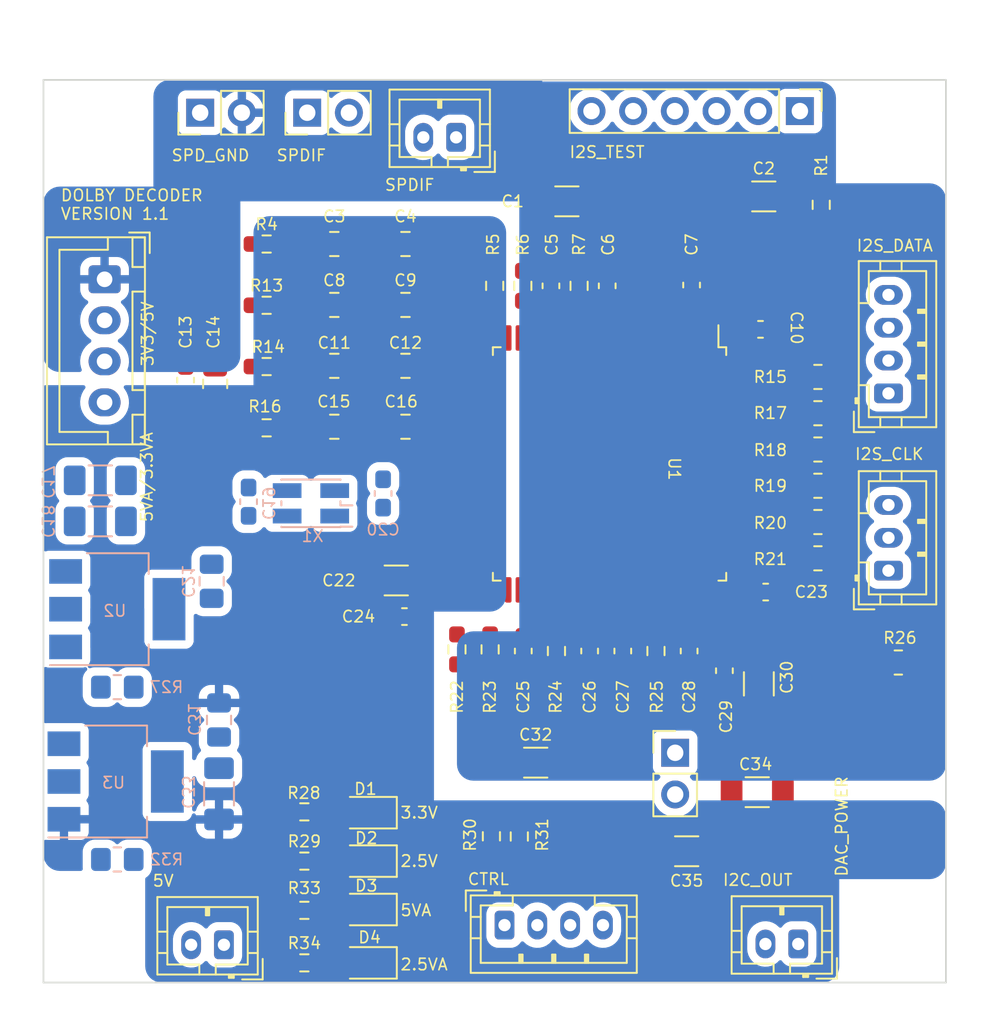
<source format=kicad_pcb>
(kicad_pcb (version 20221018) (generator pcbnew)
  (layers (0 "F.Cu" signal) (31 "B.Cu" signal) (34 "B.Paste" user) (35 "F.Paste" user) (36 "B.SilkS" user "B.Silkscreen") (37 "F.SilkS" user "F.Silkscreen") (38 "B.Mask" user) (39 "F.Mask" user) (44 "Edge.Cuts" user))
  (net 0 "")
  (net 1 "3V3")
  (net 2 "SDA")
  (net 3 "I2S_BC")
  (net 4 "I2S_WC")
  (net 5 "I2S_DATA")
  (net 6 "PCMCLK")
  (net 7 "BCLK")
  (net 8 "WCLK")
  (net 9 "I2S_D1")
  (net 10 "I2S_D2")
  (net 11 "I2S_D3")
  (net 12 "2.5V")
  (net 13 "RESET")
  (net 14 "IRQ")
  (net 15 "PLLAF")
  (net 16 "PLLSF")
  (net 17 "I2CADDR")
  (net 18 "SELI2C")
  (net 19 "5VA")
  (net 20 "5V")
  (net 21 "Net-(D1-A)")
  (net 22 "Net-(D2-A)")
  (net 23 "DCSB")
  (net 24 "CLKIN")
  (net 25 "SFREQ")
  (net 26 "Net-(D3-A)")
  (net 27 "Net-(D4-A)")
  (net 28 "SPDIF_IN")
  (net 29 "PLLSPDIF")
  (net 30 "GND")
  (net 31 "Net-(U2-VO)")
  (net 32 "DEEMPTH")
  (net 33 "AGND")
  (net 34 "2.5VA")
  (net 35 "SCL")
  (net 36 "CLKOUT")
  (net 37 "SPDIF_N")
  (net 39 "I2S_D4")
  (net 40 "Net-(U1-SPDP)")
  (net 41 "Net-(U1-SPDN)")
  (net 42 "Net-(C8-Pad1)")
  (net 43 "Net-(C11-Pad2)")
  (net 44 "Net-(C15-Pad2)")
  (net 45 "Net-(U1-DCSB)")
  (net 46 "Net-(U1-R{slash}W)")
  (net 48 "Net-(U1-A5)")
  (net 49 "Net-(U1-A0)")
  (net 55 "Net-(U1-PCM_OUT3)")
  (net 56 "Net-(U1-PCM_OUT2)")
  (net 57 "Net-(U1-PCM_OUT1)")
  (net 58 "Net-(U1-PCMCLK)")
  (net 59 "Net-(U1-LRCLK)")
  (net 60 "Net-(U1-SCLK)")
  (net 61 "Net-(U1-PCM_OUT0)")
  (net 62 "Net-(U3-VO)")
  (footprint "Capacitor_SMD:C_1206_3216Metric_Pad1.33x1.80mm_HandSolder" (layer "F.Cu") (at 153.7 88.4 180)
    (fp_text reference "C35" (at 0 -1.8 unlocked) (layer "F.SilkS") (effects (font (size 0.7 0.7) (thickness 0.1))))
    (fp_text value "10U")
    (pad "1" smd roundrect (at -1.5625 0 180) (size 1.325 1.8) (layers "F.Cu" "F.Paste" "F.Mask") (roundrect_rratio 0.1886792453) (net 19 "5VA"))
    (pad "2" smd roundrect (at 1.5625 0 180) (size 1.325 1.8) (layers "F.Cu" "F.Paste" "F.Mask") (roundrect_rratio 0.1886792453) (net 33 "AGND"))
  )
  (footprint "Resistor_SMD:R_0603_1608Metric_Pad0.98x0.95mm_HandSolder" (layer "F.Cu") (at 130.4 86)
    (fp_text reference "R28" (at -0.025 -1.15 unlocked) (layer "F.SilkS") (effects (font (size 0.7 0.7) (thickness 0.1))))
    (fp_text value "430R")
    (pad "1" smd roundrect (at -0.9125 0) (size 0.975 0.95) (layers "F.Cu" "F.Paste" "F.Mask") (net 1 "3V3"))
    (pad "2" smd roundrect (at 0.9125 0) (size 0.975 0.95) (layers "F.Cu" "F.Paste" "F.Mask") (net 21 "Net-(D1-A)"))
  )
  (footprint "Connector_JST:JST_PH_B2B-PH-K_1x02_P2.00mm_Vertical" (layer "F.Cu") (at 160.5 94.05 180)
    (fp_text reference "J13" hide)
    (fp_text value "Conn_01x02_Male")
    (pad "1" thru_hole roundrect (at 0 0 180) (size 1.2 1.75) (drill 0.75) (layers "*.Cu" "*.Mask") (roundrect_rratio 0.2083333333) (net 35 "SCL"))
    (pad "2" thru_hole oval (at 2 0 180) (size 1.2 1.75) (drill 0.75) (layers "*.Cu" "*.Mask") (net 2 "SDA"))
  )
  (footprint "Connector_PinHeader_2.54mm:PinHeader_1x02_P2.54mm_Vertical" (layer "F.Cu") (at 153 82.4)
    (fp_text reference "J10" hide)
    (fp_text value "Conn_01x02")
    (pad "1" thru_hole rect (at 0 0) (size 1.7 1.7) (drill 1) (layers "*.Cu" "*.Mask") (net 17 "I2CADDR"))
    (pad "2" thru_hole oval (at 0 2.54) (size 1.7 1.7) (drill 1) (layers "*.Cu" "*.Mask") (net 30 "GND"))
  )
  (footprint "Connector_PinHeader_2.54mm:PinHeader_1x06_P2.54mm_Vertical" (layer "F.Cu") (at 160.6 43.3 -90)
    (fp_text reference "J3" hide)
    (fp_text value "Conn_01x06_Male")
    (pad "1" thru_hole rect (at 0 0 270) (size 1.7 1.7) (drill 1) (layers "*.Cu" "*.Mask") (net 6 "PCMCLK"))
    (pad "2" thru_hole oval (at 0 2.54 270) (size 1.7 1.7) (drill 1) (layers "*.Cu" "*.Mask") (net 7 "BCLK"))
    (pad "3" thru_hole oval (at 0 5.08 270) (size 1.7 1.7) (drill 1) (layers "*.Cu" "*.Mask") (net 8 "WCLK"))
    (pad "4" thru_hole oval (at 0 7.62 270) (size 1.7 1.7) (drill 1) (layers "*.Cu" "*.Mask") (net 9 "I2S_D1"))
    (pad "5" thru_hole oval (at 0 10.16 270) (size 1.7 1.7) (drill 1) (layers "*.Cu" "*.Mask") (net 10 "I2S_D2"))
    (pad "6" thru_hole oval (at 0 12.7 270) (size 1.7 1.7) (drill 1) (layers "*.Cu" "*.Mask") (net 11 "I2S_D3"))
  )
  (footprint "Resistor_SMD:R_0603_1608Metric_Pad0.98x0.95mm_HandSolder" (layer "F.Cu") (at 142 53.95 -90)
    (fp_text reference "R5" (at -2.516666 0.1 90 unlocked) (layer "F.SilkS") (effects (font (size 0.7 0.7) (thickness 0.1))))
    (fp_text value "4.7K")
    (pad "1" smd roundrect (at -0.9125 0 270) (size 0.975 0.95) (layers "F.Cu" "F.Paste" "F.Mask") (net 1 "3V3"))
    (pad "2" smd roundrect (at 0.9125 0 270) (size 0.975 0.95) (layers "F.Cu" "F.Paste" "F.Mask") (net 46 "Net-(U1-R{slash}W)"))
  )
  (footprint "Capacitor_SMD:C_0603_1608Metric_Pad1.08x0.95mm_HandSolder" (layer "F.Cu") (at 153.85 76.2 -90)
    (fp_text reference "C28" (at 2.8 0 90 unlocked) (layer "F.SilkS") (effects (font (size 0.7 0.7) (thickness 0.1))))
    (fp_text value "0.1U")
    (pad "1" smd roundrect (at -0.8625 0 270) (size 1.075 0.95) (layers "F.Cu" "F.Paste" "F.Mask") (net 12 "2.5V"))
    (pad "2" smd roundrect (at 0.8625 0 270) (size 1.075 0.95) (layers "F.Cu" "F.Paste" "F.Mask") (net 30 "GND"))
  )
  (footprint "Resistor_SMD:R_0603_1608Metric_Pad0.98x0.95mm_HandSolder" (layer "F.Cu") (at 128.1 58.866666 180)
    (fp_text reference "R14" (at -0.1 1.2 unlocked) (layer "F.SilkS") (effects (font (size 0.7 0.7) (thickness 0.1))))
    (fp_text value "1K")
    (pad "1" smd roundrect (at -0.9125 0 180) (size 0.975 0.95) (layers "F.Cu" "F.Paste" "F.Mask") (net 43 "Net-(C11-Pad2)"))
    (pad "2" smd roundrect (at 0.9125 0 180) (size 0.975 0.95) (layers "F.Cu" "F.Paste" "F.Mask") (net 34 "2.5VA"))
  )
  (footprint "Resistor_SMD:R_0805_2012Metric_Pad1.20x1.40mm_HandSolder" (layer "F.Cu") (at 161.7 59.5)
    (fp_text reference "R15" (at -2.9 0 unlocked) (layer "F.SilkS") (effects (font (size 0.7 0.7) (thickness 0.1))))
    (fp_text value "47R")
    (pad "1" smd roundrect (at -1 0) (size 1.2 1.4) (layers "F.Cu" "F.Paste" "F.Mask") (roundrect_rratio 0.2083333333) (net 55 "Net-(U1-PCM_OUT3)"))
    (pad "2" smd roundrect (at 1 0) (size 1.2 1.4) (layers "F.Cu" "F.Paste" "F.Mask") (roundrect_rratio 0.2083333333) (net 11 "I2S_D3"))
  )
  (footprint "Resistor_SMD:R_0603_1608Metric_Pad0.98x0.95mm_HandSolder" (layer "F.Cu") (at 141.8 87.4875 -90)
    (fp_text reference "R30" (at -0.0875 1.3 -270 unlocked) (layer "F.SilkS") (effects (font (size 0.7 0.7) (thickness 0.1))))
    (fp_text value "4.7K")
    (pad "1" smd roundrect (at -0.9125 0 270) (size 0.975 0.95) (layers "F.Cu" "F.Paste" "F.Mask") (net 30 "GND"))
    (pad "2" smd roundrect (at 0.9125 0 270) (size 0.975 0.95) (layers "F.Cu" "F.Paste" "F.Mask") (net 13 "RESET"))
  )
  (footprint "Resistor_SMD:R_0603_1608Metric_Pad0.98x0.95mm_HandSolder" (layer "F.Cu") (at 143.5 87.5 -90)
    (fp_text reference "R31" (at -0.1 -1.4 -270 unlocked) (layer "F.SilkS") (effects (font (size 0.7 0.7) (thickness 0.1))))
    (fp_text value "4.7K")
    (pad "1" smd roundrect (at -0.9125 0 270) (size 0.975 0.95) (layers "F.Cu" "F.Paste" "F.Mask") (net 1 "3V3"))
    (pad "2" smd roundrect (at 0.9125 0 270) (size 0.975 0.95) (layers "F.Cu" "F.Paste" "F.Mask") (net 14 "IRQ"))
  )
  (footprint "Capacitor_SMD:C_1206_3216Metric_Pad1.33x1.80mm_HandSolder" (layer "F.Cu") (at 158.4 48.5 180)
    (fp_text reference "C2" (at 0 1.7 unlocked) (layer "F.SilkS") (effects (font (size 0.7 0.7) (thickness 0.1))))
    (fp_text value "10U")
    (pad "1" smd roundrect (at -1.5625 0 180) (size 1.325 1.8) (layers "F.Cu" "F.Paste" "F.Mask") (roundrect_rratio 0.1886792453) (net 12 "2.5V"))
    (pad "2" smd roundrect (at 1.5625 0 180) (size 1.325 1.8) (layers "F.Cu" "F.Paste" "F.Mask") (roundrect_rratio 0.1886792453) (net 30 "GND"))
  )
  (footprint "Capacitor_SMD:C_0805_2012Metric_Pad1.18x1.45mm_HandSolder" (layer "F.Cu") (at 136.5625 51.4)
    (fp_text reference "C4" (at 0 -1.68 unlocked) (layer "F.SilkS") (effects (font (size 0.7 0.7) (thickness 0.1))))
    (fp_text value "100N")
    (pad "1" smd roundrect (at -1.0375 0) (size 1.175 1.45) (layers "F.Cu" "F.Paste" "F.Mask") (roundrect_rratio 0.2127659574) (net 37 "SPDIF_N"))
    (pad "2" smd roundrect (at 1.0375 0) (size 1.175 1.45) (layers "F.Cu" "F.Paste" "F.Mask") (roundrect_rratio 0.2127659574) (net 41 "Net-(U1-SPDN)"))
  )
  (footprint "Capacitor_SMD:C_1206_3216Metric_Pad1.33x1.80mm_HandSolder" (layer "F.Cu") (at 158.1 78.2 -90)
    (fp_text reference "C30" (at -0.4 -1.7 90 unlocked) (layer "F.SilkS") (effects (font (size 0.7 0.7) (thickness 0.1))))
    (fp_text value "10U")
    (pad "1" smd roundrect (at -1.5625 0 270) (size 1.325 1.8) (layers "F.Cu" "F.Paste" "F.Mask") (roundrect_rratio 0.1886792453) (net 12 "2.5V"))
    (pad "2" smd roundrect (at 1.5625 0 270) (size 1.325 1.8) (layers "F.Cu" "F.Paste" "F.Mask") (roundrect_rratio 0.1886792453) (net 30 "GND"))
  )
  (footprint "LED_SMD:LED_0805_2012Metric_Pad1.15x1.40mm_HandSolder" (layer "F.Cu") (at 134.175 89 180)
    (fp_text reference "D2" (at 0 1.4 unlocked) (layer "F.SilkS") (effects (font (size 0.7 0.7) (thickness 0.1))))
    (fp_text value "ORANGE")
    (pad "1" smd roundrect (at -1.025 0 180) (size 1.15 1.4) (layers "F.Cu" "F.Paste" "F.Mask") (roundrect_rratio 0.2173913043) (net 30 "GND"))
    (pad "2" smd roundrect (at 1.025 0 180) (size 1.15 1.4) (layers "F.Cu" "F.Paste" "F.Mask") (roundrect_rratio 0.2173913043) (net 22 "Net-(D2-A)"))
  )
  (footprint "Connector_PinHeader_2.54mm:PinHeader_1x02_P2.54mm_Vertical" (layer "F.Cu") (at 130.575 43.4 90)
    (fp_text reference "J2" hide)
    (fp_text value "Conn_01x02_Male")
    (pad "1" thru_hole rect (at 0 0 90) (size 1.7 1.7) (drill 1) (layers "*.Cu" "*.Mask") (net 37 "SPDIF_N"))
    (pad "2" thru_hole oval (at 0 2.54 90) (size 1.7 1.7) (drill 1) (layers "*.Cu" "*.Mask") (net 28 "SPDIF_IN"))
  )
  (footprint "Connector_PinHeader_2.54mm:PinHeader_1x02_P2.54mm_Vertical" (layer "F.Cu") (at 124.05 43.4 90)
    (fp_text reference "J1" hide)
    (fp_text value "Conn_01x02_Male")
    (pad "1" thru_hole rect (at 0 0 90) (size 1.7 1.7) (drill 1) (layers "*.Cu" "*.Mask") (net 37 "SPDIF_N"))
    (pad "2" thru_hole oval (at 0 2.54 90) (size 1.7 1.7) (drill 1) (layers "*.Cu" "*.Mask") (net 30 "GND"))
  )
  (footprint "Resistor_SMD:R_0805_2012Metric_Pad1.20x1.40mm_HandSolder" (layer "F.Cu") (at 161.7 70.55)
    (fp_text reference "R21" (at -2.9 0.05 unlocked) (layer "F.SilkS") (effects (font (size 0.7 0.7) (thickness 0.1))))
    (fp_text value "47R")
    (pad "1" smd roundrect (at -1 0) (size 1.2 1.4) (layers "F.Cu" "F.Paste" "F.Mask") (roundrect_rratio 0.2083333333) (net 60 "Net-(U1-SCLK)"))
    (pad "2" smd roundrect (at 1 0) (size 1.2 1.4) (layers "F.Cu" "F.Paste" "F.Mask") (roundrect_rratio 0.2083333333) (net 7 "BCLK"))
  )
  (footprint "Resistor_SMD:R_0603_1608Metric_Pad0.98x0.95mm_HandSolder" (layer "F.Cu") (at 128.1 51.4)
    (fp_text reference "R4" (at 0 -1.2 unlocked) (layer "F.SilkS") (effects (font (size 0.7 0.7) (thickness 0.1))))
    (fp_text value "75R")
    (pad "1" smd roundrect (at -0.9125 0) (size 0.975 0.95) (layers "F.Cu" "F.Paste" "F.Mask") (net 28 "SPDIF_IN"))
    (pad "2" smd roundrect (at 0.9125 0) (size 0.975 0.95) (layers "F.Cu" "F.Paste" "F.Mask") (net 37 "SPDIF_N"))
  )
  (footprint "MountingHole:MountingHole_3.2mm_M3" (layer "F.Cu") (at 167 43.9)
    (fp_text reference "H2" hide)
    (fp_text value "MountingHole")
    (pad "" np_thru_hole circle (at 0 0) (size 3.2 3.2) (drill 3.2) (layers "*.Cu" "*.Mask"))
  )
  (footprint "Capacitor_SMD:C_0603_1608Metric_Pad1.08x0.95mm_HandSolder" (layer "F.Cu") (at 158.515712 72.607123)
    (fp_text reference "C23" (at 2.784288 -0.007123 unlocked) (layer "F.SilkS") (effects (font (size 0.7 0.7) (thickness 0.1))))
    (fp_text value "0.1U")
    (pad "1" smd roundrect (at -0.8625 0) (size 1.075 0.95) (layers "F.Cu" "F.Paste" "F.Mask") (net 1 "3V3"))
    (pad "2" smd roundrect (at 0.8625 0) (size 1.075 0.95) (layers "F.Cu" "F.Paste" "F.Mask") (net 30 "GND"))
  )
  (footprint "Resistor_SMD:R_0805_2012Metric_Pad1.20x1.40mm_HandSolder" (layer "F.Cu") (at 161.7 68.34)
    (fp_text reference "R20" (at -2.9 0.06 unlocked) (layer "F.SilkS") (effects (font (size 0.7 0.7) (thickness 0.1))))
    (fp_text value "47R")
    (pad "1" smd roundrect (at -1 0) (size 1.2 1.4) (layers "F.Cu" "F.Paste" "F.Mask") (roundrect_rratio 0.2083333333) (net 59 "Net-(U1-LRCLK)"))
    (pad "2" smd roundrect (at 1 0) (size 1.2 1.4) (layers "F.Cu" "F.Paste" "F.Mask") (roundrect_rratio 0.2083333333) (net 8 "WCLK"))
  )
  (footprint "Capacitor_SMD:C_0603_1608Metric_Pad1.08x0.95mm_HandSolder" (layer "F.Cu") (at 148.85714 53.95 90)
    (fp_text reference "C6" (at 2.516666 0.05 90 unlocked) (layer "F.SilkS") (effects (font (size 0.7 0.7) (thickness 0.1))))
    (fp_text value "0.1U")
    (pad "1" smd roundrect (at -0.8625 0 90) (size 1.075 0.95) (layers "F.Cu" "F.Paste" "F.Mask") (net 1 "3V3"))
    (pad "2" smd roundrect (at 0.8625 0 90) (size 1.075 0.95) (layers "F.Cu" "F.Paste" "F.Mask") (net 30 "GND"))
  )
  (footprint "Capacitor_SMD:C_0805_2012Metric_Pad1.18x1.45mm_HandSolder" (layer "F.Cu") (at 132.225 55.111111 180)
    (fp_text reference "C8" (at 0 1.5 unlocked) (layer "F.SilkS") (effects (font (size 0.7 0.7) (thickness 0.1))))
    (fp_text value "4.7N")
    (pad "1" smd roundrect (at -1.0375 0 180) (size 1.175 1.45) (layers "F.Cu" "F.Paste" "F.Mask") (roundrect_rratio 0.2127659574) (net 42 "Net-(C8-Pad1)"))
    (pad "2" smd roundrect (at 1.0375 0 180) (size 1.175 1.45) (layers "F.Cu" "F.Paste" "F.Mask") (roundrect_rratio 0.2127659574) (net 33 "AGND"))
  )
  (footprint "MountingHole:MountingHole_3.2mm_M3" (layer "F.Cu") (at 117 93.9)
    (fp_text reference "H3" hide)
    (fp_text value "MountingHole")
    (pad "" np_thru_hole circle (at 0 0) (size 3.2 3.2) (drill 3.2) (layers "*.Cu" "*.Mask"))
  )
  (footprint "Resistor_SMD:R_0805_2012Metric_Pad1.20x1.40mm_HandSolder" (layer "F.Cu") (at 161.7 66.13)
    (fp_text reference "R19" (at -2.9 0.01 unlocked) (layer "F.SilkS") (effects (font (size 0.7 0.7) (thickness 0.1))))
    (fp_text value "47R")
    (pad "1" smd roundrect (at -1 0) (size 1.2 1.4) (layers "F.Cu" "F.Paste" "F.Mask") (roundrect_rratio 0.2083333333) (net 58 "Net-(U1-PCMCLK)"))
    (pad "2" smd roundrect (at 1 0) (size 1.2 1.4) (layers "F.Cu" "F.Paste" "F.Mask") (roundrect_rratio 0.2083333333) (net 6 "PCMCLK"))
  )
  (footprint "Resistor_SMD:R_0603_1608Metric_Pad0.98x0.95mm_HandSolder" (layer "F.Cu") (at 130.4 92)
    (fp_text reference "R33" (at 0 -1.35 unlocked) (layer "F.SilkS") (effects (font (size 0.7 0.7) (thickness 0.1))))
    (fp_text value "1K")
    (pad "1" smd roundrect (at -0.9125 0) (size 0.975 0.95) (layers "F.Cu" "F.Paste" "F.Mask") (net 19 "5VA"))
    (pad "2" smd roundrect (at 0.9125 0) (size 0.975 0.95) (layers "F.Cu" "F.Paste" "F.Mask") (net 26 "Net-(D3-A)"))
  )
  (footprint "Capacitor_SMD:C_0603_1608Metric_Pad1.08x0.95mm_HandSolder" (layer "F.Cu") (at 149.80714 76.2 -90)
    (fp_text reference "C27" (at 2.8 0 90 unlocked) (layer "F.SilkS") (effects (font (size 0.7 0.7) (thickness 0.1))))
    (fp_text value "0.1U")
    (pad "1" smd roundrect (at -0.8625 0 270) (size 1.075 0.95) (layers "F.Cu" "F.Paste" "F.Mask") (net 12 "2.5V"))
    (pad "2" smd roundrect (at 0.8625 0 270) (size 1.075 0.95) (layers "F.Cu" "F.Paste" "F.Mask") (net 30 "GND"))
  )
  (footprint "Capacitor_SMD:C_0603_1608Metric_Pad1.08x0.95mm_HandSolder" (layer "F.Cu") (at 136.5 74.1 180)
    (fp_text reference "C24" (at 2.8 0 unlocked) (layer "F.SilkS") (effects (font (size 0.7 0.7) (thickness 0.1))))
    (fp_text value "0.1U")
    (pad "1" smd roundrect (at -0.8625 0 180) (size 1.075 0.95) (layers "F.Cu" "F.Paste" "F.Mask") (net 12 "2.5V"))
    (pad "2" smd roundrect (at 0.8625 0 180) (size 1.075 0.95) (layers "F.Cu" "F.Paste" "F.Mask") (net 30 "GND"))
  )
  (footprint "Capacitor_SMD:C_0805_2012Metric_Pad1.18x1.45mm_HandSolder" (layer "F.Cu") (at 132.225 58.822222 180)
    (fp_text reference "C11" (at 0 1.4 unlocked) (layer "F.SilkS") (effects (font (size 0.7 0.7) (thickness 0.1))))
    (fp_text value "5.6N")
    (pad "1" smd roundrect (at -1.0375 0 180) (size 1.175 1.45) (layers "F.Cu" "F.Paste" "F.Mask") (roundrect_rratio 0.2127659574) (net 15 "PLLAF"))
    (pad "2" smd roundrect (at 1.0375 0 180) (size 1.175 1.45) (layers "F.Cu" "F.Paste" "F.Mask") (roundrect_rratio 0.2127659574) (net 43 "Net-(C11-Pad2)"))
  )
  (footprint "Resistor_SMD:R_0805_2012Metric_Pad1.20x1.40mm_HandSolder" (layer "F.Cu") (at 166.6 76.9)
    (fp_text reference "R26" (at 0.1 -1.5 unlocked) (layer "F.SilkS") (effects (font (size 0.7 0.7) (thickness 0.1))))
    (fp_text value "47R")
    (pad "1" smd roundrect (at -1 0) (size 1.2 1.4) (layers "F.Cu" "F.Paste" "F.Mask") (roundrect_rratio 0.2083333333) (net 61 "Net-(U1-PCM_OUT0)"))
    (pad "2" smd roundrect (at 1 0) (size 1.2 1.4) (layers "F.Cu" "F.Paste" "F.Mask") (roundrect_rratio 0.2083333333) (net 39 "I2S_D4"))
  )
  (footprint "Connector_JST:JST_PH_B4B-PH-K_1x04_P2.00mm_Vertical" (layer "F.Cu") (at 142.6 92.9)
    (fp_text reference "J11" hide)
    (fp_text value "Conn_01x04_Male")
    (pad "1" thru_hole roundrect (at 0 0) (size 1.2 1.75) (drill 0.75) (layers "*.Cu" "*.Mask") (roundrect_rratio 0.2083333333) (net 13 "RESET"))
    (pad "2" thru_hole oval (at 2 0) (size 1.2 1.75) (drill 0.75) (layers "*.Cu" "*.Mask") (net 14 "IRQ"))
    (pad "3" thru_hole oval (at 4 0) (size 1.2 1.75) (drill 0.75) (layers "*.Cu" "*.Mask") (net 2 "SDA"))
    (pad "4" thru_hole oval (at 6 0) (size 1.2 1.75) (drill 0.75) (layers "*.Cu" "*.Mask") (net 35 "SCL"))
  )
  (footprint "Capacitor_SMD:C_1206_3216Metric_Pad1.33x1.80mm_HandSolder" (layer "F.Cu") (at 146.4 48.8)
    (fp_text reference "C1" (at -3.3 0 unlocked) (layer "F.SilkS") (effects (font (size 0.7 0.7) (thickness 0.1))))
    (fp_text value "10U")
    (pad "1" smd roundrect (at -1.5625 0) (size 1.325 1.8) (layers "F.Cu" "F.Paste" "F.Mask") (roundrect_rratio 0.1886792453) (net 1 "3V3"))
    (pad "2" smd roundrect (at 1.5625 0) (size 1.325 1.8) (layers "F.Cu" "F.Paste" "F.Mask") (roundrect_rratio 0.1886792453) (net 30 "GND"))
  )
  (footprint "Connector_JST:JST_PH_B4B-PH-K_1x04_P2.00mm_Vertical" (layer "F.Cu") (at 166 60.5 90)
    (fp_text reference "J6" hide)
    (fp_text value "Conn_01x04_Male")
    (pad "1" thru_hole roundrect (at 0 0 90) (size 1.2 1.75) (drill 0.75) (layers "*.Cu" "*.Mask") (roundrect_rratio 0.2083333333) (net 9 "I2S_D1"))
    (pad "2" thru_hole oval (at 2 0 90) (size 1.2 1.75) (drill 0.75) (layers "*.Cu" "*.Mask") (net 10 "I2S_D2"))
    (pad "3" thru_hole oval (at 4 0 90) (size 1.2 1.75) (drill 0.75) (layers "*.Cu" "*.Mask") (net 11 "I2S_D3"))
    (pad "4" thru_hole oval (at 6 0 90) (size 1.2 1.75) (drill 0.75) (layers "*.Cu" "*.Mask") (net 39 "I2S_D4"))
  )
  (footprint "Package_QFP:LQFP-80_14x14mm_P0.65mm" (layer "F.Cu") (at 149 64.8 -90)
    (fp_text reference "U1" (at 0.3 -3.95 -90 unlocked) (layer "F.SilkS") (effects (font (size 0.7 0.7) (thickness 0.1))))
    (fp_text value "SPA130")
    (pad "1" smd roundrect (at -7.675 -6.175 270) (size 1.55 0.4) (layers "F.Cu" "F.Paste" "F.Mask"))
    (pad "2" smd roundrect (at -7.675 -5.525 270) (size 1.55 0.4) (layers "F.Cu" "F.Paste" "F.Mask"))
    (pad "3" smd roundrect (at -7.675 -4.875 270) (size 1.55 0.4) (layers "F.Cu" "F.Paste" "F.Mask"))
    (pad "4" smd roundrect (at -7.675 -4.225 270) (size 1.55 0.4) (layers "F.Cu" "F.Paste" "F.Mask") (net 12 "2.5V"))
    (pad "5" smd roundrect (at -7.675 -3.575 270) (size 1.55 0.4) (layers "F.Cu" "F.Paste" "F.Mask") (net 30 "GND"))
    (pad "6" smd roundrect (at -7.675 -2.925 270) (size 1.55 0.4) (layers "F.Cu" "F.Paste" "F.Mask"))
    (pad "7" smd roundrect (at -7.675 -2.275 270) (size 1.55 0.4) (layers "F.Cu" "F.Paste" "F.Mask"))
    (pad "8" smd roundrect (at -7.675 -1.625 270) (size 1.55 0.4) (layers "F.Cu" "F.Paste" "F.Mask"))
    (pad "9" smd roundrect (at -7.675 -0.975 270) (size 1.55 0.4) (layers "F.Cu" "F.Paste" "F.Mask"))
    (pad "10" smd roundrect (at -7.675 -0.325 270) (size 1.55 0.4) (layers "F.Cu" "F.Paste" "F.Mask") (net 1 "3V3"))
    (pad "11" smd roundrect (at -7.675 0.325 270) (size 1.55 0.4) (layers "F.Cu" "F.Paste" "F.Mask") (net 30 "GND"))
    (pad "12" smd roundrect (at -7.675 0.975 270) (size 1.55 0.4) (layers "F.Cu" "F.Paste" "F.Mask") (net 49 "Net-(U1-A0)"))
    (pad "13" smd roundrect (at -7.675 1.625 270) (size 1.55 0.4) (layers "F.Cu" "F.Paste" "F.Mask") (net 49 "Net-(U1-A0)"))
    (pad "14" smd roundrect (at -7.675 2.275 270) (size 1.55 0.4) (layers "F.Cu" "F.Paste" "F.Mask") (net 49 "Net-(U1-A0)"))
    (pad "15" smd roundrect (at -7.675 2.925 270) (size 1.55 0.4) (layers "F.Cu" "F.Paste" "F.Mask") (net 49 "Net-(U1-A0)"))
    (pad "16" smd roundrect (at -7.675 3.575 270) (size 1.55 0.4) (layers "F.Cu" "F.Paste" "F.Mask") (net 49 "Net-(U1-A0)"))
    (pad "17" smd roundrect (at -7.675 4.225 270) (size 1.55 0.4) (layers "F.Cu" "F.Paste" "F.Mask") (net 12 "2.5V"))
    (pad "18" smd roundrect (at -7.675 4.875 270) (size 1.55 0.4) (layers "F.Cu" "F.Paste" "F.Mask") (net 48 "Net-(U1-A5)"))
    (pad "19" smd roundrect (at -7.675 5.525 270) (size 1.55 0.4) (layers "F.Cu" "F.Paste" "F.Mask") (net 48 "Net-(U1-A5)"))
    (pad "20" smd roundrect (at -7.675 6.175 270) (size 1.55 0.4) (layers "F.Cu" "F.Paste" "F.Mask") (net 48 "Net-(U1-A5)"))
    (pad "21" smd roundrect (at -6.175 7.675 270) (size 0.4 1.55) (layers "F.Cu" "F.Paste" "F.Mask") (net 45 "Net-(U1-DCSB)"))
    (pad "22" smd roundrect (at -5.525 7.675 270) (size 0.4 1.55) (layers "F.Cu" "F.Paste" "F.Mask") (net 46 "Net-(U1-R{slash}W)"))
    (pad "23" smd roundrect (at -4.875 7.675 270) (size 0.4 1.55) (layers "F.Cu" "F.Paste" "F.Mask") (net 30 "GND"))
    (pad "24" smd roundrect (at -4.225 7.675 270) (size 0.4 1.55) (layers "F.Cu" "F.Paste" "F.Mask") (net 41 "Net-(U1-SPDN)"))
    (pad "25" smd roundrect (at -3.575 7.675 270) (size 0.4 1.55) (layers "F.Cu" "F.Paste" "F.Mask") (net 40 "Net-(U1-SPDP)"))
    (pad "26" smd roundrect (at -2.925 7.675 270) (size 0.4 1.55) (layers "F.Cu" "F.Paste" "F.Mask") (net 29 "PLLSPDIF"))
    (pad "27" smd roundrect (at -2.275 7.675 270) (size 0.4 1.55) (layers "F.Cu" "F.Paste" "F.Mask") (net 15 "PLLAF"))
    (pad "28" smd roundrect (at -1.625 7.675 270) (size 0.4 1.55) (layers "F.Cu" "F.Paste" "F.Mask") (net 34 "2.5VA"))
    (pad "29" smd roundrect (at -0.975 7.675 270) (size 0.4 1.55) (layers "F.Cu" "F.Paste" "F.Mask") (net 33 "AGND"))
    (pad "30" smd roundrect (at -0.325 7.675 270) (size 0.4 1.55) (layers "F.Cu" "F.Paste" "F.Mask") (net 16 "PLLSF"))
    (pad "31" smd roundrect (at 0.325 7.675 270) (size 0.4 1.55) (layers "F.Cu" "F.Paste" "F.Mask") (net 24 "CLKIN"))
    (pad "32" smd roundrect (at 0.975 7.675 270) (size 0.4 1.55) (layers "F.Cu" "F.Paste" "F.Mask") (net 1 "3V3"))
    (pad "33" smd roundrect (at 1.625 7.675 270) (size 0.4 1.55) (layers "F.Cu" "F.Paste" "F.Mask") (net 30 "GND"))
    (pad "34" smd roundrect (at 2.275 7.675 270) (size 0.4 1.55) (layers "F.Cu" "F.Paste" "F.Mask") (net 12 "2.5V"))
    (pad "35" smd roundrect (at 2.925 7.675 270) (size 0.4 1.55) (layers "F.Cu" "F.Paste" "F.Mask"))
    (pad "36" smd roundrect (at 3.575 7.675 270) (size 0.4 1.55) (layers "F.Cu" "F.Paste" "F.Mask") (net 13 "RESET"))
    (pad "37" smd roundrect (at 4.225 7.675 270) (size 0.4 1.55) (layers "F.Cu" "F.Paste" "F.Mask") (net 3 "I2S_BC"))
    (pad "38" smd roundrect (at 4.875 7.675 270) (size 0.4 1.55) (layers "F.Cu" "F.Paste" "F.Mask") (net 12 "2.5V"))
    (pad "39" smd roundrect (at 5.525 7.675 270) (size 0.4 1.55) (layers "F.Cu" "F.Paste" "F.Mask") (net 30 "GND"))
    (pad "40" smd roundrect (at 6.175 7.675 270) (size 0.4 1.55) (layers "F.Cu" "F.Paste" "F.Mask") (net 4 "I2S_WC"))
    (pad "41" smd roundrect (at 7.675 6.175 270) (size 1.55 0.4) (layers "F.Cu" "F.Paste" "F.Mask") (net 5 "I2S_DATA"))
    (pad "42" smd roundrect (at 7.675 5.525 270) (size 1.55 0.4) (layers "F.Cu" "F.Paste" "F.Mask"))
    (pad "43" smd roundrect (at 7.675 4.875 270) (size 1.55 0.4) (layers "F.Cu" "F.Paste" "F.Mask") (net 2 "SDA"))
    (pad "44" smd roundrect (at 7.675 4.225 270) (size 1.55 0.4) (layers "F.Cu" "F.Paste" "F.Mask") (net 12 "2.5V"))
    (pad "45" smd roundrect (at 7.675 3.575 270) (size 1.55 0.4) (layers "F.Cu" "F.Paste" "F.Mask") (net 30 "GND"))
    (pad "46" smd roundrect (at 7.675 2.925 270) (size 1.55 0.4) (layers "F.Cu" "F.Paste" "F.Mask") (net 35 "SCL"))
    (pad "47" smd roundrect (at 7.675 2.275 270) (size 1.55 0.4) (layers "F.Cu" "F.Paste" "F.Mask") (net 18 "SELI2C"))
    (pad "48" smd roundrect (at 7.675 1.625 270) (size 1.55 0.4) (layers "F.Cu" "F.Paste" "F.Mask") (net 14 "IRQ"))
    (pad "49" smd roundrect (at 7.675 0.975 270) (size 1.55 0.4) (layers "F.Cu" "F.Paste" "F.Mask") (net 30 "GND"))
    (pad "50" smd roundrect (at 7.675 0.325 270) (size 1.55 0.4) (layers "F.Cu" "F.Paste" "F.Mask") (net 30 "GND"))
    (pad "51" smd roundrect (at 7.675 -0.325 270) (size 1.55 0.4) (layers "F.Cu" "F.Paste" "F.Mask") (net 1 "3V3"))
    (pad "52" smd roundrect (at 7.675 -0.975 270) (size 1.55 0.4) (layers "F.Cu" "F.Paste" "F.Mask") (net 12 "2.5V"))
    (pad "53" smd roundrect (at 7.675 -1.625 270) (size 1.55 0.4) (layers "F.Cu" "F.Paste" "F.Mask") (net 17 "I2CADDR"))
    (pad "54" smd roundrect (at 7.675 -2.275 270) (size 1.55 0.4) (layers "F.Cu" "F.Paste" "F.Mask") (net 25 "SFREQ"))
    (pad "55" smd roundrect (at 7.675 -2.925 270) (size 1.55 0.4) (layers "F.Cu" "F.Paste" "F.Mask") (net 12 "2.5V"))
    (pad "56" smd roundrect (at 7.675 -3.575 270) (size 1.55 0.4) (layers "F.Cu" "F.Paste" "F.Mask") (net 30 "GND"))
    (pad "57" smd roundrect (at 7.675 -4.225 270) (size 1.55 0.4) (layers "F.Cu" "F.Paste" "F.Mask") (net 32 "DEEMPTH"))
    (pad "58" smd roundrect (at 7.675 -4.875 270) (size 1.55 0.4) (layers "F.Cu" "F.Paste" "F.Mask"))
    (pad "59" smd roundrect (at 7.675 -5.525 270) (size 1.55 0.4) (layers "F.Cu" "F.Paste" "F.Mask"))
    (pad "60" smd roundrect (at 7.675 -6.175 270) (size 1.55 0.4) (layers "F.Cu" "F.Paste" "F.Mask"))
    (pad "61" smd roundrect (at 6.175 -7.675 270) (size 0.4 1.55) (layers "F.Cu" "F.Paste" "F.Mask"))
    (pad "62" smd roundrect (at 5.525 -7.675 270) (size 0.4 1.55) (layers "F.Cu" "F.Paste" "F.Mask"))
    (pad "63" smd roundrect (at 4.875 -7.675 270) (size 0.4 1.55) (layers "F.Cu" "F.Paste" "F.Mask"))
    (pad "64" smd roundrect (at 4.225 -7.675 270) (size 0.4 1.55) (layers "F.Cu" "F.Paste" "F.Mask") (net 36 "CLKOUT"))
    (pad "65" smd roundrect (at 3.575 -7.675 270) (size 0.4 1.55) (layers "F.Cu" "F.Paste" "F.Mask") (net 12 "2.5V"))
    (pad "66" smd roundrect (at 2.925 -7.675 270) (size 0.4 1.55) (layers "F.Cu" "F.Paste" "F.Mask") (net 30 "GND"))
    (pad "67" smd roundrect (at 2.275 -7.675 270) (size 0.4 1.55) (layers "F.Cu" "F.Paste" "F.Mask") (net 60 "Net-(U1-SCLK)"))
    (pad "68" smd roundrect (at 1.625 -7.675 270) (size 0.4 1.55) (layers "F.Cu" "F.Paste" "F.Mask") (net 59 "Net-(U1-LRCLK)"))
    (pad "69" smd roundrect (at 0.975 -7.675 270) (size 0.4 1.55) (layers "F.Cu" "F.Paste" "F.Mask") (net 58 "Net-(U1-PCMCLK)"))
    (pad "70" smd roundrect (at 0.325 -7.675 270) (size 0.4 1.55) (layers "F.Cu" "F.Paste" "F.Mask") (net 1 "3V3"))
    (pad "71" smd roundrect (at -0.325 -7.675 270) (size 0.4 1.55) (layers "F.Cu" "F.Paste" "F.Mask") (net 30 "GND"))
    (pad "72" smd roundrect (at -0.975 -7.675 270) (size 0.4 1.55) (layers "F.Cu" "F.Paste" "F.Mask") (net 61 "Net-(U1-PCM_OUT0)"))
    (pad "73" smd roundrect (at -1.625 -7.675 270) (size 0.4 1.55) (layers "F.Cu" "F.Paste" "F.Mask") (net 57 "Net-(U1-PCM_OUT1)"))
    (pad "74" smd roundrect (at -2.275 -7.675 270) (size 0.4 1.55) (layers "F.Cu" "F.Paste" "F.Mask") (net 12 "2.5V"))
    (pad "75" smd roundrect (at -2.925 -7.675 270) (size 0.4 1.55) (layers "F.Cu" "F.Paste" "F.Mask") (net 30 "GND"))
    (pad "76" smd roundrect (at -3.575 -7.675 270) (size 0.4 1.55) (layers "F.Cu" "F.Paste" "F.Mask") (net 56 "Net-(U1-PCM_OUT2)"))
    (pad "77" smd roundrect (at -4.225 -7.675 270) (size 0.4 1.55) (layers "F.Cu" "F.Paste" "F.Mask") (net 55 "Net-(U1-PCM_OUT3)"))
    (pad "78" smd roundrect (at -4.875 -7.675 270) (size 0.4 1.55) (layers "F.Cu" "F.Paste" "F.Mask"))
    (pad "79" smd roundrect (at -5.525 -7.675 270) (size 0.4 1.55) (layers "F.Cu" "F.Paste" "F.Mask"))
    (pad "80" smd roundrect (at -6.175 -7.675 270) (size 0.4 1.55) (layers "F.Cu" "F.Paste" "F.Mask"))
  )
  (footprint "Connector_JST:JST_PH_B2B-PH-K_1x02_P2.00mm_Vertical" (layer "F.Cu") (at 139.65 44.9 180)
    (fp_text reference "J4" hide)
    (fp_text value "Conn_01x02_Male")
    (pad "1" thru_hole roundrect (at 0 0 180) (size 1.2 1.75) (drill 0.75) (layers "*.Cu" "*.Mask") (roundrect_rratio 0.2083333333) (net 37 "SPDIF_N"))
    (pad "2" thru_hole oval (at 2 0 180) (size 1.2 1.75) (drill 0.75) (layers "*.Cu" "*.Mask") (net 28 "SPDIF_IN"))
  )
  (footprint "Capacitor_SMD:C_0805_2012Metric_Pad1.18x1.45mm_HandSolder" (layer "F.Cu") (at 124.9625 59.922222 90)
    (fp_text reference "C14" (at 3.152222 -0.1 90 unlocked) (layer "F.SilkS") (effects (font (size 0.7 0.7) (thickness 0.1))))
    (fp_text value "10U")
    (pad "1" smd roundrect (at -1.0375 0 90) (size 1.175 1.45) (layers "F.Cu" "F.Paste" "F.Mask") (roundrect_rratio 0.2127659574) (net 34 "2.5VA"))
    (pad "2" smd roundrect (at 1.0375 0 90) (size 1.175 1.45) (layers "F.Cu" "F.Paste" "F.Mask") (roundrect_rratio 0.2127659574) (net 33 "AGND"))
  )
  (footprint "Resistor_SMD:R_0603_1608Metric_Pad0.98x0.95mm_HandSolder" (layer "F.Cu") (at 143.714285 53.95 90)
    (fp_text reference "R6" (at 2.516666 0 90 unlocked) (layer "F.SilkS") (effects (font (size 0.7 0.7) (thickness 0.1))))
    (fp_text value "10K")
    (pad "1" smd roundrect (at -0.9125 0 90) (size 0.975 0.95) (layers "F.Cu" "F.Paste" "F.Mask") (net 48 "Net-(U1-A5)"))
    (pad "2" smd roundrect (at 0.9125 0 90) (size 0.975 0.95) (layers "F.Cu" "F.Paste" "F.Mask") (net 1 "3V3"))
  )
  (footprint "Resistor_SMD:R_0603_1608Metric_Pad0.98x0.95mm_HandSolder" (layer "F.Cu") (at 141.721428 76.1 90)
    (fp_text reference "R23" (at -2.9 -0.016738 90 unlocked) (layer "F.SilkS") (effects (font (size 0.7 0.7) (thickness 0.1))))
    (fp_text value "10K")
    (pad "1" smd roundrect (at -0.9125 0 90) (size 0.975 0.95) (layers "F.Cu" "F.Paste" "F.Mask") (net 1 "3V3"))
    (pad "2" smd roundrect (at 0.9125 0 90) (size 0.975 0.95) (layers "F.Cu" "F.Paste" "F.Mask") (net 35 "SCL"))
  )
  (footprint "Capacitor_SMD:C_1206_3216Metric_Pad1.33x1.80mm_HandSolder" (layer "F.Cu") (at 144.5 83 180)
    (fp_text reference "C32" (at 0 1.7 unlocked) (layer "F.SilkS") (effects (font (size 0.7 0.7) (thickness 0.1))))
    (fp_text value "10U")
    (pad "1" smd roundrect (at -1.5625 0 180) (size 1.325 1.8) (layers "F.Cu" "F.Paste" "F.Mask") (roundrect_rratio 0.1886792453) (net 1 "3V3"))
    (pad "2" smd roundrect (at 1.5625 0 180) (size 1.325 1.8) (layers "F.Cu" "F.Paste" "F.Mask") (roundrect_rratio 0.1886792453) (net 30 "GND"))
  )
  (footprint "Capacitor_SMD:C_0603_1608Metric_Pad1.08x0.95mm_HandSolder" (layer "F.Cu") (at 145.42857 53.95 90)
    (fp_text reference "C5" (at 2.516666 0.05 90 unlocked) (layer "F.SilkS") (effects (font (size 0.7 0.7) (thickness 0.1))))
    (fp_text value "0.1U")
    (pad "1" smd roundrect (at -0.8625 0 90) (size 1.075 0.95) (layers "F.Cu" "F.Paste" "F.Mask") (net 12 "2.5V"))
    (pad "2" smd roundrect (at 0.8625 0 90) (size 1.075 0.95) (layers "F.Cu" "F.Paste" "F.Mask") (net 30 "GND"))
  )
  (footprint "Capacitor_SMD:C_0603_1608Metric_Pad1.08x0.95mm_HandSolder" (layer "F.Cu") (at 158.2 56.6)
    (fp_text reference "C10" (at 2.2 -0.1 270 unlocked) (layer "F.SilkS") (effects (font (size 0.7 0.7) (thickness 0.1))))
    (fp_text value "0.1U")
    (pad "1" smd roundrect (at -0.8625 0) (size 1.075 0.95) (layers "F.Cu" "F.Paste" "F.Mask") (net 12 "2.5V"))
    (pad "2" smd roundrect (at 0.8625 0) (size 1.075 0.95) (layers "F.Cu" "F.Paste" "F.Mask") (net 30 "GND"))
  )
  (footprint "Capacitor_SMD:C_0603_1608Metric_Pad1.08x0.95mm_HandSolder" (layer "F.Cu") (at 156 77.4 -90)
    (fp_text reference "C29" (at 2.8 -0.1 90 unlocked) (layer "F.SilkS") (effects (font (size 0.7 0.7) (thickness 0.1))))
    (fp_text value "0.1U")
    (pad "1" smd roundrect (at -0.8625 0 270) (size 1.075 0.95) (layers "F.Cu" "F.Paste" "F.Mask") (net 12 "2.5V"))
    (pad "2" smd roundrect (at 0.8625 0 270) (size 1.075 0.95) (layers "F.Cu" "F.Paste" "F.Mask") (net 30 "GND"))
  )
  (footprint "Resistor_SMD:R_0603_1608Metric_Pad0.98x0.95mm_HandSolder" (layer "F.Cu") (at 151.828568 76.2 90)
    (fp_text reference "R25" (at -2.8 0.05 90 unlocked) (layer "F.SilkS") (effects (font (size 0.7 0.7) (thickness 0.1))))
    (fp_text value "4.7K")
    (pad "1" smd roundrect (at -0.9125 0 90) (size 0.975 0.95) (layers "F.Cu" "F.Paste" "F.Mask") (net 1 "3V3"))
    (pad "2" smd roundrect (at 0.9125 0 90) (size 0.975 0.95) (layers "F.Cu" "F.Paste" "F.Mask") (net 17 "I2CADDR"))
  )
  (footprint "Resistor_SMD:R_0603_1608Metric_Pad0.98x0.95mm_HandSolder" (layer "F.Cu") (at 128.1 62.6 180)
    (fp_text reference "R16" (at 0.1 1.3 unlocked) (layer "F.SilkS") (effects (font (size 0.7 0.7) (thickness 0.1))))
    (fp_text value "1K")
    (pad "1" smd roundrect (at -0.9125 0 180) (size 0.975 0.95) (layers "F.Cu" "F.Paste" "F.Mask") (net 44 "Net-(C15-Pad2)"))
    (pad "2" smd roundrect (at 0.9125 0 180) (size 0.975 0.95) (layers "F.Cu" "F.Paste" "F.Mask") (net 34 "2.5VA"))
  )
  (footprint "Resistor_SMD:R_0603_1608Metric_Pad0.98x0.95mm_HandSolder" (layer "F.Cu") (at 147.142855 53.95 90)
    (fp_text reference "R7" (at 2.516666 0 90 unlocked) (layer "F.SilkS") (effects (font (size 0.7 0.7) (thickness 0.1))))
    (fp_text value "10K")
    (pad "1" smd roundrect (at -0.9125 0 90) (size 0.975 0.95) (layers "F.Cu" "F.Paste" "F.Mask") (net 49 "Net-(U1-A0)"))
    (pad "2" smd roundrect (at 0.9125 0 90) (size 0.975 0.95) (layers "F.Cu" "F.Paste" "F.Mask") (net 30 "GND"))
  )
  (footprint "MountingHole:MountingHole_3.2mm_M3" (layer "F.Cu") (at 167 93.9)
    (fp_text reference "H4" hide)
    (fp_text value "MountingHole")
    (pad "" np_thru_hole circle (at 0 0) (size 3.2 3.2) (drill 3.2) (layers "*.Cu" "*.Mask"))
  )
  (footprint "Resistor_SMD:R_0603_1608Metric_Pad0.98x0.95mm_HandSolder" (layer "F.Cu") (at 145.764284 76.2 90)
    (fp_text reference "R24" (at -2.8 -0.05 90 unlocked) (layer "F.SilkS") (effects (font (size 0.7 0.7) (thickness 0.1))))
    (fp_text value "4.7K")
    (pad "1" smd roundrect (at -0.9125 0 90) (size 0.975 0.95) (layers "F.Cu" "F.Paste" "F.Mask") (net 1 "3V3"))
    (pad "2" smd roundrect (at 0.9125 0 90) (size 0.975 0.95) (layers "F.Cu" "F.Paste" "F.Mask") (net 18 "SELI2C"))
  )
  (footprint "Resistor_SMD:R_0603_1608Metric_Pad0.98x0.95mm_HandSolder" (layer "F.Cu") (at 130.4 95.2)
    (fp_text reference "R34" (at 0 -1.2 unlocked) (layer "F.SilkS") (effects (font (size 0.7 0.7) (thickness 0.1))))
    (fp_text value "160R")
    (pad "1" smd roundrect (at -0.9125 0) (size 0.975 0.95) (layers "F.Cu" "F.Paste" "F.Mask") (net 34 "2.5VA"))
    (pad "2" smd roundrect (at 0.9125 0) (size 0.975 0.95) (layers "F.Cu" "F.Paste" "F.Mask") (net 27 "Net-(D4-A)"))
  )
  (footprint "Resistor_SMD:R_0805_2012Metric_Pad1.20x1.40mm_HandSolder" (layer "F.Cu") (at 161.7 61.71)
    (fp_text reference "R17" (at -2.9 -0.01 unlocked) (layer "F.SilkS") (effects (font (size 0.7 0.7) (thickness 0.1))))
    (fp_text value "47R")
    (pad "1" smd roundrect (at -1 0) (size 1.2 1.4) (layers "F.Cu" "F.Paste" "F.Mask") (roundrect_rratio 0.2083333333) (net 56 "Net-(U1-PCM_OUT2)"))
    (pad "2" smd roundrect (at 1 0) (size 1.2 1.4) (layers "F.Cu" "F.Paste" "F.Mask") (roundrect_rratio 0.2083333333) (net 10 "I2S_D2"))
  )
  (footprint "Capacitor_SMD:C_1206_3216Metric_Pad1.33x1.80mm_HandSolder" (layer "F.Cu") (at 136 71.9 180)
    (fp_text reference "C22" (at 3.5 0 unlocked) (layer "F.SilkS") (effects (font (size 0.7 0.7) (thickness 0.1))))
    (fp_text value "10U")
    (pad "1" smd roundrect (at -1.5625 0 180) (size 1.325 1.8) (layers "F.Cu" "F.Paste" "F.Mask") (roundrect_rratio 0.1886792453) (net 12 "2.5V"))
    (pad "2" smd roundrect (at 1.5625 0 180) (size 1.325 1.8) (layers "F.Cu" "F.Paste" "F.Mask") (roundrect_rratio 0.1886792453) (net 30 "GND"))
  )
  (footprint "Resistor_SMD:R_0603_1608Metric_Pad0.98x0.95mm_HandSolder" (layer "F.Cu") (at 128.1 55.133333 180)
    (fp_text reference "R13" (at 0 1.2 unlocked) (layer "F.SilkS") (effects (font (size 0.7 0.7) (thickness 0.1))))
    (fp_text value "330R")
    (pad "1" smd roundrect (at -0.9125 0 180) (size 0.975 0.95) (layers "F.Cu" "F.Paste" "F.Mask") (net 29 "PLLSPDIF"))
    (pad "2" smd roundrect (at 0.9125 0 180) (size 0.975 0.95) (layers "F.Cu" "F.Paste" "F.Mask") (net 42 "Net-(C8-Pad1)"))
  )
  (footprint "Resistor_SMD:R_0805_2012Metric_Pad1.20x1.40mm_HandSolder" (layer "F.Cu") (at 161.7 63.92)
    (fp_text reference "R18" (at -2.9 0.04 unlocked) (layer "F.SilkS") (effects (font (size 0.7 0.7) (thickness 0.1))))
    (fp_text value "47R")
    (pad "1" smd roundrect (at -1 0) (size 1.2 1.4) (layers "F.Cu" "F.Paste" "F.Mask") (roundrect_rratio 0.2083333333) (net 57 "Net-(U1-PCM_OUT1)"))
    (pad "2" smd roundrect (at 1 0) (size 1.2 1.4) (layers "F.Cu" "F.Paste" "F.Mask") (roundrect_rratio 0.2083333333) (net 9 "I2S_D1"))
  )
  (footprint "Resistor_SMD:R_0603_1608Metric_Pad0.98x0.95mm_HandSolder" (layer "F.Cu") (at 161.9 49.0125 -90)
    (fp_text reference "R1" (at -2.4 0 -270 unlocked) (layer "F.SilkS") (effects (font (size 0.7 0.7) (thickness 0.1))))
    (fp_text value "4.7K")
    (pad "1" smd roundrect (at -0.9125 0 270) (size 0.975 0.95) (layers "F.Cu" "F.Paste" "F.Mask") (net 23 "DCSB"))
    (pad "2" smd roundrect (at 0.9125 0 270) (size 0.975 0.95) (layers "F.Cu" "F.Paste" "F.Mask") (net 45 "Net-(U1-DCSB)"))
  )
  (footprint "Capacitor_SMD:C_0603_1608Metric_Pad1.08x0.95mm_HandSolder" (layer "F.Cu") (at 123.1625 59.692222 90)
    (fp_text reference "C13" (at 2.922222 0 90 unlocked) (layer "F.SilkS") (effects (font (size 0.7 0.7) (thickness 0.1))))
    (fp_text value "0.1U")
    (pad "1" smd roundrect (at -0.8625 0 90) (size 1.075 0.95) (layers "F.Cu" "F.Paste" "F.Mask") (net 34 "2.5VA"))
    (pad "2" smd roundrect (at 0.8625 0 90) (size 1.075 0.95) (layers "F.Cu" "F.Paste" "F.Mask") (net 33 "AGND"))
  )
  (footprint "Capacitor_SMD:C_0603_1608Metric_Pad1.08x0.95mm_HandSolder" (layer "F.Cu") (at 147.785712 76.2 -90)
    (fp_text reference "C26" (at 2.8 0 90 unlocked) (layer "F.SilkS") (effects (font (size 0.7 0.7) (thickness 0.1))))
    (fp_text value "0.1U")
    (pad "1" smd roundrect (at -0.8625 0 270) (size 1.075 0.95) (layers "F.Cu" "F.Paste" "F.Mask") (net 1 "3V3"))
    (pad "2" smd roundrect (at 0.8625 0 270) (size 1.075 0.95) (layers "F.Cu" "F.Paste" "F.Mask") (net 30 "GND"))
  )
  (footprint "LED_SMD:LED_0805_2012Metric_Pad1.15x1.40mm_HandSolder" (layer "F.Cu") (at 134.175 95.2 180)
    (fp_text reference "D4" (at -0.2 1.55 unlocked) (layer "F.SilkS") (effects (font (size 0.7 0.7) (thickness 0.1))))
    (fp_text value "YELLOW")
    (pad "1" smd roundrect (at -1.025 0 180) (size 1.15 1.4) (layers "F.Cu" "F.Paste" "F.Mask") (roundrect_rratio 0.2173913043) (net 33 "AGND"))
    (pad "2" smd roundrect (at 1.025 0 180) (size 1.15 1.4) (layers "F.Cu" "F.Paste" "F.Mask") (roundrect_rratio 0.2173913043) (net 27 "Net-(D4-A)"))
  )
  (footprint "Capacitor_SMD:C_0805_2012Metric_Pad1.18x1.45mm_HandSolder" (layer "F.Cu") (at 132.225 51.4)
    (fp_text reference "C3" (at 0 -1.68 unlocked) (layer "F.SilkS") (effects (font (size 0.7 0.7) (thickness 0.1))))
    (fp_text value "100N")
    (pad "1" smd roundrect (at -1.0375 0) (size 1.175 1.45) (layers "F.Cu" "F.Paste" "F.Mask") (roundrect_rratio 0.2127659574) (net 28 "SPDIF_IN"))
    (pad "2" smd roundrect (at 1.0375 0) (size 1.175 1.45) (layers "F.Cu" "F.Paste" "F.Mask") (roundrect_rratio 0.2127659574) (net 40 "Net-(U1-SPDP)"))
  )
  (footprint "Connector_JST:JST_PH_B3B-PH-K_1x03_P2.00mm_Vertical" (layer "F.Cu") (at 166 71.3 90)
    (fp_text reference "J8" hide)
    (fp_text value "Conn_01x03_Male")
    (pad "1" thru_hole roundrect (at 0 0 90) (size 1.2 1.75) (drill 0.75) (layers "*.Cu" "*.Mask") (roundrect_rratio 0.2083333333) (net 6 "PCMCLK"))
    (pad "2" thru_hole oval (at 2 0 90) (size 1.2 1.75) (drill 0.75) (layers "*.Cu" "*.Mask") (net 7 "BCLK"))
    (pad "3" thru_hole oval (at 4 0 90) (size 1.2 1.75) (drill 0.75) (layers "*.Cu" "*.Mask") (net 8 "WCLK"))
  )
  (footprint "Capacitor_SMD:C_0603_1608Metric_Pad1.08x0.95mm_HandSolder" (layer "F.Cu") (at 154 53.9 90)
    (fp_text reference "C7" (at 2.466666 0 90 unlocked) (layer "F.SilkS") (effects (font (size 0.7 0.7) (thickness 0.1))))
    (fp_text value "0.1U")
    (pad "1" smd roundrect (at -0.8625 0 90) (size 1.075 0.95) (layers "F.Cu" "F.Paste" "F.Mask") (net 12 "2.5V"))
    (pad "2" smd roundrect (at 0.8625 0 90) (size 1.075 0.95) (layers "F.Cu" "F.Paste" "F.Mask") (net 30 "GND"))
  )
  (footprint "Capacitor_SMD:C_0805_2012Metric_Pad1.18x1.45mm_HandSolder" (layer "F.Cu") (at 136.5625 58.822222 180)
    (fp_text reference "C12" (at 0 1.4 unlocked) (layer "F.SilkS") (effects (font (size 0.7 0.7) (thickness 0.1))))
    (fp_text value "470P")
    (pad "1" smd roundrect (at -1.0375 0 180) (size 1.175 1.45) (layers "F.Cu" "F.Paste" "F.Mask") (roundrect_rratio 0.2127659574) (net 15 "PLLAF"))
    (pad "2" smd roundrect (at 1.0375 0 180) (size 1.175 1.45) (layers "F.Cu" "F.Paste" "F.Mask") (roundrect_rratio 0.2127659574) (net 34 "2.5VA"))
  )
  (footprint "Connector_JST:JST_PH_B2B-PH-K_1x02_P2.00mm_Vertical" (layer "F.Cu") (at 125.5 94.1 180)
    (fp_text reference "J12" hide)
    (fp_text value "Conn_01x02_Male")
    (pad "1" thru_hole roundrect (at 0 0 180) (size 1.2 1.75) (drill 0.75) (layers "*.Cu" "*.Mask") (roundrect_rratio 0.2083333333) (net 30 "GND"))
    (pad "2" thru_hole oval (at 2 0 180) (size 1.2 1.75) (drill 0.75) (layers "*.Cu" "*.Mask") (net 20 "5V"))
  )
  (footprint "Resistor_SMD:R_0603_1608Metric_Pad0.98x0.95mm_HandSolder" (layer "F.Cu") (at 130.4 89)
    (fp_text reference "R29" (at 0 -1.2 unlocked) (layer "F.SilkS") (effects (font (size 0.7 0.7) (thickness 0.1))))
    (fp_text value "160R")
    (pad "1" smd roundrect (at -0.9125 0) (size 0.975 0.95) (layers "F.Cu" "F.Paste" "F.Mask") (net 12 "2.5V"))
    (pad "2" smd roundrect (at 0.9125 0) (size 0.975 0.95) (layers "F.Cu" "F.Paste" "F.Mask") (net 22 "Net-(D2-A)"))
  )
  (footprint "LED_SMD:LED_0805_2012Metric_Pad1.15x1.40mm_HandSolder" (layer "F.Cu") (at 134.175 86.05 180)
    (fp_text reference "D1" (at 0.05 1.45 unlocked) (layer "F.SilkS") (effects (font (size 0.7 0.7) (thickness 0.1))))
    (fp_text value "YELLOW")
    (pad "1" smd roundrect (at -1.025 0 180) (size 1.15 1.4) (layers "F.Cu" "F.Paste" "F.Mask") (roundrect_rratio 0.2173913043) (net 30 "GND"))
    (pad "2" smd roundrect (at 1.025 0 180) (size 1.15 1.4) (layers "F.Cu" "F.Paste" "F.Mask") (roundrect_rratio 0.2173913043) (net 21 "Net-(D1-A)"))
  )
  (footprint "MountingHole:MountingHole_3.2mm_M3" (layer "F.Cu") (at 117 43.9)
    (fp_text reference "H1" hide)
    (fp_text value "MountingHole")
    (pad "" np_thru_hole circle (at 0 0) (size 3.2 3.2) (drill 3.2) (layers "*.Cu" "*.Mask"))
  )
  (footprint "Capacitor_SMD:C_0805_2012Metric_Pad1.18x1.45mm_HandSolder" (layer "F.Cu") (at 136.5625 62.533334 180)
    (fp_text reference "C16" (at 0.261252 1.533334 unlocked) (layer "F.SilkS") (effects (font (size 0.7 0.7) (thickness 0.1))))
    (fp_text value "470P")
    (pad "1" smd roundrect (at -1.0375 0 180) (size 1.175 1.45) (layers "F.Cu" "F.Paste" "F.Mask") (roundrect_rratio 0.2127659574) (net 16 "PLLSF"))
    (pad "2" smd roundrect (at 1.0375 0 180) (size 1.175 1.45) (layers "F.Cu" "F.Paste" "F.Mask") (roundrect_rratio 0.2127659574) (net 34 "2.5VA"))
  )
  (footprint "Resistor_SMD:R_0603_1608Metric_Pad0.98x0.95mm_HandSolder" (layer "F.Cu") (at 139.7 76.1 90)
    (fp_text reference "R22" (at -2.9 0 90 unlocked) (layer "F.SilkS") (effects (font (size 0.7 0.7) (thickness 0.1))))
    (fp_text value "10K")
    (pad "1" smd roundrect (at -0.9125 0 90) (size 0.975 0.95) (layers "F.Cu" "F.Paste" "F.Mask") (net 1 "3V3"))
    (pad "2" smd roundrect (at 0.9125 0 90) (size 0.975 0.95) (layers "F.Cu" "F.Paste" "F.Mask") (net 2 "SDA"))
  )
  (footprint "Connector_JST:JST_XH_B4B-XH-A_1x04_P2.50mm_Vertical" (layer "F.Cu") (at 118.225 53.55 -90)
    (fp_text reference "J9" hide)
    (fp_text value "Conn_01x04_Male")
    (pad "1" thru_hole roundrect (at 0 0 270) (size 1.7 1.95) (drill 0.95) (layers "*.Cu" "*.Mask") (roundrect_rratio 0.147059) (net 30 "GND"))
    (pad "2" thru_hole oval (at 2.5 0 270) (size 1.7 1.95) (drill 0.95) (layers "*.Cu" "*.Mask") (net 1 "3V3"))
    (pad "3" thru_hole oval (at 5 0 270) (size 1.7 1.95) (drill 0.95) (layers "*.Cu" "*.Mask") (net 33 "AGND"))
    (pad "4" thru_hole oval (at 7.5 0 270) (size 1.7 1.95) (drill 0.95) (layers "*.Cu" "*.Mask") (net 20 "5V"))
  )
  (footprint "Capacitor_SMD:C_0603_1608Metric_Pad1.08x0.95mm_HandSolder" (layer "F.Cu") (at 143.742856 76.2 -90)
    (fp_text reference "C25" (at 2.8 0 90 unlocked) (layer "F.SilkS") (effects (font (size 0.7 0.7) (thickness 0.1))))
    (fp_text value "0.1U")
    (pad "1" smd roundrect (at -0.8625 0 270) (size 1.075 0.95) (layers "F.Cu" "F.Paste" "F.Mask") (net 12 "2.5V"))
    (pad "2" smd roundrect (at 0.8625 0 270) (size 1.075 0.95) (layers "F.Cu" "F.Paste" "F.Mask") (net 30 "GND"))
  )
  (footprint "Capacitor_SMD:C_0805_2012Metric_Pad1.18x1.45mm_HandSolder" (layer "F.Cu") (at 136.5625 55.111111 180)
    (fp_text reference "C9" (at 0 1.5 unlocked) (layer "F.SilkS") (effects (font (size 0.7 0.7) (thickness 0.1))))
    (fp_text value "150P")
    (pad "1" smd roundrect (at -1.0375 0 180) (size 1.175 1.45) (layers "F.Cu" "F.Paste" "F.Mask") (roundrect_rratio 0.2127659574) (net 29 "PLLSPDIF"))
    (pad "2" smd roundrect (at 1.0375 0 180) (size 1.175 1.45) (layers "F.Cu" "F.Paste" "F.Mask") (roundrect_rratio 0.2127659574) (net 33 "AGND"))
  )
  (footprint "Capacitor_SMD:C_1206_3216Metric_Pad1.33x1.80mm_HandSolder" (layer "F.Cu") (at 158 84.8 180)
    (fp_text reference "C34" (at 0.1 1.7 unlocked) (layer "F.SilkS") (effects (font (size 0.7 0.7) (thickness 0.1))))
    (fp_text value "10U")
    (pad "1" smd roundrect (at -1.5625 0 180) (size 1.325 1.8) (layers "F.Cu" "F.Paste" "F.Mask") (roundrect_rratio 0.1886792453) (net 1 "3V3"))
    (pad "2" smd roundrect (at 1.5625 0 180) (size 1.325 1.8) (layers "F.Cu" "F.Paste" "F.Mask") (roundrect_rratio 0.1886792453) (net 30 "GND"))
  )
  (footprint "LED_SMD:LED_0805_2012Metric_Pad1.15x1.40mm_HandSolder" (layer "F.Cu") (at 134.175 91.95 180)
    (fp_text reference "D3" (at 0 1.45 unlocked) (layer "F.SilkS") (effects (font (size 0.7 0.7) (thickness 0.1))))
    (fp_text value "YELLOW")
    (pad "1" smd roundrect (at -1.025 0 180) (size 1.15 1.4) (layers "F.Cu" "F.Paste" "F.Mask") (roundrect_rratio 0.2173913043) (net 30 "GND"))
    (pad "2" smd roundrect (at 1.025 0 180) (size 1.15 1.4) (layers "F.Cu" "F.Paste" "F.Mask") (roundrect_rratio 0.2173913043) (net 26 "Net-(D3-A)"))
  )
  (footprint "Capacitor_SMD:C_0805_2012Metric_Pad1.18x1.45mm_HandSolder" (layer "F.Cu") (at 132.225 62.533334 180)
    (fp_text reference "C15" (at 0.025 1.533334 unlocked) (layer "F.SilkS") (effects (font (size 0.7 0.7) (thickness 0.1))))
    (fp_text value "5.6N")
    (pad "1" smd roundrect (at -1.0375 0 180) (size 1.175 1.45) (layers "F.Cu" "F.Paste" "F.Mask") (roundrect_rratio 0.2127659574) (net 16 "PLLSF"))
    (pad "2" smd roundrect (at 1.0375 0 180) (size 1.175 1.45) (layers "F.Cu" "F.Paste" "F.Mask") (roundrect_rratio 0.2127659574) (net 44 "Net-(C15-Pad2)"))
  )
  (footprint "Capacitor_SMD:C_0805_2012Metric_Pad1.18x1.45mm_HandSolder" (layer "B.Cu") (at 125.2 80.4 90)
    (fp_text reference "C31" (at 0.0375 -1.53 270 unlocked) (layer "B.SilkS") (effects (font (size 0.7 0.7) (thickness 0.1)) (justify mirror)))
    (fp_text value "10U")
    (pad "1" smd roundrect (at -1.0375 0 90) (size 1.175 1.45) (layers "B.Cu" "B.Paste" "B.Mask") (roundrect_rratio 0.2127659574) (net 19 "5VA"))
    (pad "2" smd roundrect (at 1.0375 0 90) (size 1.175 1.45) (layers "B.Cu" "B.Paste" "B.Mask") (roundrect_rratio 0.2127659574) (net 33 "AGND"))
  )
  (footprint "Capacitor_SMD:C_0805_2012Metric_Pad1.18x1.45mm_HandSolder" (layer "B.Cu") (at 124.75 71.95 -90)
    (fp_text reference "C21" (at 0 1.45 -90 unlocked) (layer "B.SilkS") (effects (font (size 0.7 0.7) (thickness 0.1)) (justify mirror)))
    (fp_text value "10U")
    (pad "1" smd roundrect (at -1.0375 0 270) (size 1.175 1.45) (layers "B.Cu" "B.Paste" "B.Mask") (roundrect_rratio 0.2127659574) (net 20 "5V"))
    (pad "2" smd roundrect (at 1.0375 0 270) (size 1.175 1.45) (layers "B.Cu" "B.Paste" "B.Mask") (roundrect_rratio 0.2127659574) (net 30 "GND"))
  )
  (footprint "Capacitor_SMD:C_1206_3216Metric_Pad1.33x1.80mm_HandSolder" (layer "B.Cu") (at 117.9625 65.8)
    (fp_text reference "C17" (at -3.2 0.1 270 unlocked) (layer "B.SilkS") (effects (font (size 0.7 0.7) (thickness 0.1)) (justify mirror)))
    (fp_text value "10U")
    (pad "1" smd roundrect (at -1.5625 0) (size 1.325 1.8) (layers "B.Cu" "B.Paste" "B.Mask") (roundrect_rratio 0.1886792453) (net 1 "3V3"))
    (pad "2" smd roundrect (at 1.5625 0) (size 1.325 1.8) (layers "B.Cu" "B.Paste" "B.Mask") (roundrect_rratio 0.1886792453) (net 30 "GND"))
  )
  (footprint "Capacitor_SMD:C_0603_1608Metric_Pad1.08x0.95mm_HandSolder" (layer "B.Cu") (at 127 67.1 -90)
    (fp_text reference "C19" (at 0.1 -1.2 -90 unlocked) (layer "B.SilkS") (effects (font (size 0.7 0.7) (thickness 0.1)) (justify mirror)))
    (fp_text value "100N")
    (pad "1" smd roundrect (at -0.8625 0 270) (size 1.075 0.95) (layers "B.Cu" "B.Paste" "B.Mask") (net 1 "3V3"))
    (pad "2" smd roundrect (at 0.8625 0 270) (size 1.075 0.95) (layers "B.Cu" "B.Paste" "B.Mask") (net 30 "GND"))
  )
  (footprint "Capacitor_SMD:C_1206_3216Metric_Pad1.33x1.80mm_HandSolder" (layer "B.Cu") (at 117.9625 68.3)
    (fp_text reference "C18" (at -3.2 0 270 unlocked) (layer "B.SilkS") (effects (font (size 0.7 0.7) (thickness 0.1)) (justify mirror)))
    (fp_text value "10U")
    (pad "1" smd roundrect (at -1.5625 0) (size 1.325 1.8) (layers "B.Cu" "B.Paste" "B.Mask") (roundrect_rratio 0.1886792453) (net 20 "5V"))
    (pad "2" smd roundrect (at 1.5625 0) (size 1.325 1.8) (layers "B.Cu" "B.Paste" "B.Mask") (roundrect_rratio 0.1886792453) (net 30 "GND"))
  )
  (footprint "Capacitor_SMD:C_0603_1608Metric_Pad1.08x0.95mm_HandSolder" (layer "B.Cu") (at 135.2 66.6 -90)
    (fp_text reference "C20" (at 2.2 0 unlocked) (layer "B.SilkS") (effects (font (size 0.7 0.7) (thickness 0.1)) (justify mirror)))
    (fp_text value "0.1U")
    (pad "1" smd roundrect (at -0.8625 0 270) (size 1.075 0.95) (layers "B.Cu" "B.Paste" "B.Mask") (net 1 "3V3"))
    (pad "2" smd roundrect (at 0.8625 0 270) (size 1.075 0.95) (layers "B.Cu" "B.Paste" "B.Mask") (net 30 "GND"))
  )
  (footprint "Resistor_SMD:R_0805_2012Metric_Pad1.20x1.40mm_HandSolder" (layer "B.Cu") (at 119 88.9 180)
    (fp_text reference "R32" (at -3 0 unlocked) (layer "B.SilkS") (effects (font (size 0.7 0.7) (thickness 0.1)) (justify mirror)))
    (fp_text value "22R")
    (pad "1" smd roundrect (at -1 0 180) (size 1.2 1.4) (layers "B.Cu" "B.Paste" "B.Mask") (roundrect_rratio 0.2083333333) (net 62 "Net-(U3-VO)"))
    (pad "2" smd roundrect (at 1 0 180) (size 1.2 1.4) (layers "B.Cu" "B.Paste" "B.Mask") (roundrect_rratio 0.2083333333) (net 34 "2.5VA"))
  )
  (footprint "Resistor_SMD:R_0805_2012Metric_Pad1.20x1.40mm_HandSolder" (layer "B.Cu") (at 119 78.4 180)
    (fp_text reference "R27" (at -3 0 unlocked) (layer "B.SilkS") (effects (font (size 0.7 0.7) (thickness 0.1)) (justify mirror)))
    (fp_text value "22R")
    (pad "1" smd roundrect (at -1 0 180) (size 1.2 1.4) (layers "B.Cu" "B.Paste" "B.Mask") (roundrect_rratio 0.2083333333) (net 31 "Net-(U2-VO)"))
    (pad "2" smd roundrect (at 1 0 180) (size 1.2 1.4) (layers "B.Cu" "B.Paste" "B.Mask") (roundrect_rratio 0.2083333333) (net 12 "2.5V"))
  )
  (footprint "Package_TO_SOT_SMD:SOT-223" (layer "B.Cu") (at 118.9 84.15)
    (fp_text reference "U3" (at -0.125898 0.073365 unlocked) (layer "B.SilkS") (effects (font (size 0.7 0.7) (thickness 0.1)) (justify mirror)))
    (fp_text value "AMS1117-2.5")
    (pad "1" smd rect (at -3.15 2.3) (size 2 1.5) (layers "B.Cu" "B.Paste" "B.Mask") (net 33 "AGND"))
    (pad "2" smd rect (at -3.15 0) (size 2 1.5) (layers "B.Cu" "B.Paste" "B.Mask") (net 62 "Net-(U3-VO)"))
    (pad "3" smd rect (at -3.15 -2.3) (size 2 1.5) (layers "B.Cu" "B.Paste" "B.Mask") (net 19 "5VA"))
    (pad "4" smd rect (at 3.15 0) (size 2 3.8) (layers "B.Cu" "B.Paste" "B.Mask"))
  )
  (footprint "Package_TO_SOT_SMD:SOT-223" (layer "B.Cu") (at 119 73.65)
    (fp_text reference "U2" (at -0.15 0.1 unlocked) (layer "B.SilkS") (effects (font (size 0.7 0.7) (thickness 0.1)) (justify mirror)))
    (fp_text value "AMS1117-2.5")
    (pad "1" smd rect (at -3.15 2.3) (size 2 1.5) (layers "B.Cu" "B.Paste" "B.Mask") (net 30 "GND"))
    (pad "2" smd rect (at -3.15 0) (size 2 1.5) (layers "B.Cu" "B.Paste" "B.Mask") (net 31 "Net-(U2-VO)"))
    (pad "3" smd rect (at -3.15 -2.3) (size 2 1.5) (layers "B.Cu" "B.Paste" "B.Mask") (net 20 "5V"))
    (pad "4" smd rect (at 3.15 0) (size 2 3.8) (layers "B.Cu" "B.Paste" "B.Mask"))
  )
  (footprint "Oscillator:Oscillator_SMD_EuroQuartz_XO32-4Pin_3.2x2.5mm_HandSoldering" (layer "B.Cu") (at 130.8 67.2 180)
    (fp_text reference "X1" (at -0.1 -2 unlocked) (layer "B.SilkS") (effects (font (size 0.7 0.7) (thickness 0.1)) (justify mirror)))
    (fp_text value "TXC-7C")
    (pad "1" smd rect (at -1.45 -0.775 180) (size 1.75 0.9) (layers "B.Cu" "B.Paste" "B.Mask"))
    (pad "2" smd rect (at 1.45 -0.775 180) (size 1.75 0.9) (layers "B.Cu" "B.Paste" "B.Mask") (net 30 "GND"))
    (pad "3" smd rect (at 1.45 0.775 180) (size 1.75 0.9) (layers "B.Cu" "B.Paste" "B.Mask") (net 24 "CLKIN"))
    (pad "4" smd rect (at -1.45 0.775 180) (size 1.75 0.9) (layers "B.Cu" "B.Paste" "B.Mask") (net 1 "3V3"))
  )
  (footprint "Capacitor_SMD:C_1206_3216Metric_Pad1.33x1.80mm_HandSolder" (layer "B.Cu") (at 125.2 84.9 -90)
    (fp_text reference "C33" (at -0.1 1.9 -90 unlocked) (layer "B.SilkS") (effects (font (size 0.7 0.7) (thickness 0.1)) (justify mirror)))
    (fp_text value "10U")
    (pad "1" smd roundrect (at -1.5625 0 270) (size 1.325 1.8) (layers "B.Cu" "B.Paste" "B.Mask") (roundrect_rratio 0.1886792453) (net 34 "2.5VA"))
    (pad "2" smd roundrect (at 1.5625 0 270) (size 1.325 1.8) (layers "B.Cu" "B.Paste" "B.Mask") (roundrect_rratio 0.1886792453) (net 33 "AGND"))
  )
  (gr_line (start 114.5 96.4) (end 169.5 96.4) (stroke (width 0.1)) (layer "Edge.Cuts"))
  (gr_line (start 169.5 41.4) (end 169.5 96.4) (stroke (width 0.1)) (layer "Edge.Cuts"))
  (gr_line (start 114.5 96.4) (end 114.5 41.4) (stroke (width 0.1)) (layer "Edge.Cuts"))
  (gr_line (start 114.5 41.4) (end 169.5 41.4) (stroke (width 0.1)) (layer "Edge.Cuts"))
  (gr_text "SPDIF" (at 135.25 47.8) (layer "F.SilkS") (effects (font (size 0.7 0.7) (thickness 0.1)) (justify left)))
  (gr_text "I2S_DATA\n" (at 164 51.5) (layer "F.SilkS") (effects (font (size 0.7 0.7) (thickness 0.1)) (justify left)))
  (gr_text "DOLBY DECODER\nVERSION 1.1" (at 115.5 49) (layer "F.SilkS") (effects (font (size 0.7 0.7) (thickness 0.1)) (justify left)))
  (gr_text "3V3/5V" (at 120.85 58.9 90) (layer "F.SilkS") (effects (font (size 0.7 0.7) (thickness 0.1)) (justify left)))
  (gr_text "I2C_OUT\n" (at 155.85 90.15) (layer "F.SilkS") (effects (font (size 0.7 0.7) (thickness 0.1)) (justify left)))
  (gr_text "I2S_CLK" (at 163.9 64.2) (layer "F.SilkS") (effects (font (size 0.7 0.7) (thickness 0.1)) (justify left)))
  (gr_text "DAC_POWER" (at 163.15 90 90) (layer "F.SilkS") (effects (font (size 0.7 0.7) (thickness 0.1)) (justify left)))
  (gr_text "SPD_GND\n" (at 122.25 46) (layer "F.SilkS") (effects (font (size 0.7 0.7) (thickness 0.1)) (justify left)))
  (gr_text "2.5V" (at 136.2 89) (layer "F.SilkS") (effects (font (size 0.7 0.7) (thickness 0.1)) (justify left)))
  (gr_text "3.3V" (at 136.2 86.05) (layer "F.SilkS") (effects (font (size 0.7 0.7) (thickness 0.1)) (justify left)))
  (gr_text "CTRL" (at 140.3 90.1) (layer "F.SilkS") (effects (font (size 0.7 0.7) (thickness 0.1)) (justify left)))
  (gr_text "I2S_TEST" (at 146.5 45.8) (layer "F.SilkS") (effects (font (size 0.7 0.7) (thickness 0.1)) (justify left)))
  (gr_text "5VA/3.3VA" (at 120.8 68.4 90) (layer "F.SilkS") (effects (font (size 0.7 0.7) (thickness 0.1)) (justify left)))
  (gr_text "SPDIF" (at 128.65 46) (layer "F.SilkS") (effects (font (size 0.7 0.7) (thickness 0.1)) (justify left)))
  (gr_text "2.5VA" (at 136.2 95.3) (layer "F.SilkS") (effects (font (size 0.7 0.7) (thickness 0.1)) (justify left)))
  (gr_text "5V" (at 121.1 90.2) (layer "F.SilkS") (effects (font (size 0.7 0.7) (thickness 0.1)) (justify left)))
  (gr_text "5VA" (at 136.2 92) (layer "F.SilkS") (effects (font (size 0.7 0.7) (thickness 0.1)) (justify left)))
  (zone (net 33) (net_name "AGND") (layer "B.Cu") (connect_pads (clearance 0.508)) (min_thickness 0.254) (fill yes (thermal_gap 0.508) (thermal_bridge_width 0.508) (smoothing fillet) (radius 1))
    (polygon (pts (xy 142.7 73.8) (xy 127.3 73.8) (xy 127.3 49.7) (xy 142.7 49.7)))
  )
  (zone (net 30) (net_name "GND") (layer "B.Cu") (connect_pads (clearance 0.508)) (min_thickness 0.254) (fill yes (thermal_gap 0.508) (thermal_bridge_width 0.508) (smoothing fillet) (radius 1))
    (polygon (pts (xy 126.5 59.2) (xy 113.3 59.2) (xy 113.3 47.9) (xy 126.5 47.9)))
  )
  (zone (net 30) (net_name "GND") (layer "B.Cu") (connect_pads (clearance 0.508)) (min_thickness 0.254) (fill yes (thermal_gap 0.508) (thermal_bridge_width 0.508) (smoothing fillet) (radius 1))
    (polygon (pts (xy 144.9 48.8) (xy 121.2 48.8) (xy 121.2 41.2) (xy 144.9 41.2)))
  )
  (zone (net 30) (net_name "GND") (layer "B.Cu") (connect_pads (clearance 0.508)) (min_thickness 0.254) (fill yes (thermal_gap 0.508) (thermal_bridge_width 0.508) (smoothing fillet) (radius 1))
    (polygon (pts (xy 170.2 84.1) (xy 139.7 84.1) (xy 139.7 75) (xy 170.2 75)))
  )
  (zone (net 33) (net_name "AGND") (layer "B.Cu") (connect_pads (clearance 0.508)) (min_thickness 0.254) (fill yes (thermal_gap 0.508) (thermal_bridge_width 0.508) (smoothing fillet) (radius 1))
    (polygon (pts (xy 138.3 85.3) (xy 170 85.3) (xy 170 90.1) (xy 163 90.1) (xy 163 97.5) (xy 120.7 97.5) (xy 120.7 89.7) (xy 120.6 89.6) (xy 113.4 89.6) (xy 113.4 73.6) (xy 138.3 73.6)))
  )
  (zone (net 33) (net_name "AGND") (layer "B.Cu") (connect_pads (clearance 0.508)) (min_thickness 0.254) (fill yes (thermal_gap 0.508) (thermal_bridge_width 0.508))
    (polygon (pts (xy 127.7 76) (xy 113.4 76) (xy 113.4 60) (xy 127.7 60)))
  )
  (zone (net 30) (net_name "GND") (layer "B.Cu") (connect_pads (clearance 0.508)) (min_thickness 0.254) (fill yes (thermal_gap 0.508) (thermal_bridge_width 0.508) (smoothing fillet) (radius 1))
    (polygon (pts (xy 162.8 47.7) (xy 171 47.7) (xy 171 76.1) (xy 143.5 76.1) (xy 143.5 41.5) (xy 162.8 41.5)))
  )
)
</source>
